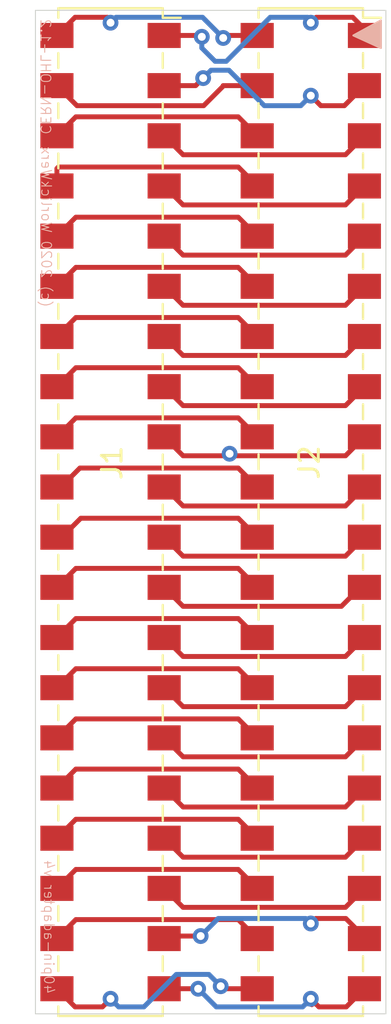
<source format=kicad_pcb>
(kicad_pcb (version 20171130) (host pcbnew 5.1.8-db9833491~87~ubuntu18.04.1)

  (general
    (thickness 1.6)
    (drawings 8)
    (tracks 202)
    (zones 0)
    (modules 2)
    (nets 41)
  )

  (page A4)
  (layers
    (0 F.Cu signal)
    (31 B.Cu signal)
    (32 B.Adhes user)
    (33 F.Adhes user)
    (34 B.Paste user)
    (35 F.Paste user)
    (36 B.SilkS user)
    (37 F.SilkS user)
    (38 B.Mask user)
    (39 F.Mask user)
    (40 Dwgs.User user)
    (41 Cmts.User user)
    (42 Eco1.User user)
    (43 Eco2.User user)
    (44 Edge.Cuts user)
    (45 Margin user)
    (46 B.CrtYd user)
    (47 F.CrtYd user)
    (48 B.Fab user)
    (49 F.Fab user)
  )

  (setup
    (last_trace_width 0.25)
    (trace_clearance 0.2)
    (zone_clearance 0.508)
    (zone_45_only no)
    (trace_min 0.2)
    (via_size 0.8)
    (via_drill 0.4)
    (via_min_size 0.4)
    (via_min_drill 0.3)
    (uvia_size 0.3)
    (uvia_drill 0.1)
    (uvias_allowed no)
    (uvia_min_size 0.2)
    (uvia_min_drill 0.1)
    (edge_width 0.05)
    (segment_width 0.2)
    (pcb_text_width 0.3)
    (pcb_text_size 1.5 1.5)
    (mod_edge_width 0.12)
    (mod_text_size 1 1)
    (mod_text_width 0.15)
    (pad_size 1.524 1.524)
    (pad_drill 0.762)
    (pad_to_mask_clearance 0.05)
    (aux_axis_origin 0 0)
    (visible_elements FFFFFF7F)
    (pcbplotparams
      (layerselection 0x010fc_ffffffff)
      (usegerberextensions false)
      (usegerberattributes true)
      (usegerberadvancedattributes true)
      (creategerberjobfile true)
      (excludeedgelayer true)
      (linewidth 0.100000)
      (plotframeref false)
      (viasonmask false)
      (mode 1)
      (useauxorigin false)
      (hpglpennumber 1)
      (hpglpenspeed 20)
      (hpglpendiameter 15.000000)
      (psnegative false)
      (psa4output false)
      (plotreference true)
      (plotvalue true)
      (plotinvisibletext false)
      (padsonsilk false)
      (subtractmaskfromsilk false)
      (outputformat 1)
      (mirror false)
      (drillshape 0)
      (scaleselection 1)
      (outputdirectory ""))
  )

  (net 0 "")
  (net 1 /PI40)
  (net 2 /PI39)
  (net 3 /PI38)
  (net 4 /PI37)
  (net 5 /PI36)
  (net 6 /PI35)
  (net 7 /PI34)
  (net 8 /PI33)
  (net 9 /PI32)
  (net 10 /PI31)
  (net 11 /PI30)
  (net 12 /PI29)
  (net 13 /PI28)
  (net 14 /PI27)
  (net 15 /PI26)
  (net 16 /PI24)
  (net 17 /PI23)
  (net 18 /PI22)
  (net 19 /PI21)
  (net 20 /PI20)
  (net 21 /PI19)
  (net 22 /PI18)
  (net 23 /PI17)
  (net 24 /PI16)
  (net 25 /PI15)
  (net 26 /PI14)
  (net 27 /PI13)
  (net 28 /PI12)
  (net 29 /PI11)
  (net 30 /PI10)
  (net 31 /PI9)
  (net 32 /PI8)
  (net 33 /PI7)
  (net 34 /PI6)
  (net 35 /PI5)
  (net 36 /PI3)
  (net 37 /PI2)
  (net 38 /PI4)
  (net 39 /PI25)
  (net 40 /PI1)

  (net_class Default "This is the default net class."
    (clearance 0.2)
    (trace_width 0.25)
    (via_dia 0.8)
    (via_drill 0.4)
    (uvia_dia 0.3)
    (uvia_drill 0.1)
    (add_net /PI1)
    (add_net /PI10)
    (add_net /PI11)
    (add_net /PI12)
    (add_net /PI13)
    (add_net /PI14)
    (add_net /PI15)
    (add_net /PI16)
    (add_net /PI17)
    (add_net /PI18)
    (add_net /PI19)
    (add_net /PI2)
    (add_net /PI20)
    (add_net /PI21)
    (add_net /PI22)
    (add_net /PI23)
    (add_net /PI24)
    (add_net /PI25)
    (add_net /PI26)
    (add_net /PI27)
    (add_net /PI28)
    (add_net /PI29)
    (add_net /PI3)
    (add_net /PI30)
    (add_net /PI31)
    (add_net /PI32)
    (add_net /PI33)
    (add_net /PI34)
    (add_net /PI35)
    (add_net /PI36)
    (add_net /PI37)
    (add_net /PI38)
    (add_net /PI39)
    (add_net /PI4)
    (add_net /PI40)
    (add_net /PI5)
    (add_net /PI6)
    (add_net /PI7)
    (add_net /PI8)
    (add_net /PI9)
  )

  (module 00_40pin-adapter:Samtec_HLE-120-02-xxx-DV-BE-A_2x20_P2.54mm_Horizontal (layer F.Cu) (tedit 5FBC0AD1) (tstamp 5F0E5C6D)
    (at 165.1 91.44 270)
    (descr "Samtec HLE .100\" Tiger Beam Cost-effective Single Beam Socket Strip, HLE-120-02-xxx-DV-BE-A, 20 Pins per row (http://suddendocs.samtec.com/prints/hle-1xx-02-xxx-dv-xx-xx-xx-mkt.pdf, http://suddendocs.samtec.com/prints/hle-dv-footprint.pdf), generated with kicad-footprint-generator")
    (tags "connector Samtec HLE top entry")
    (path /5F07A6EA)
    (attr smd)
    (fp_text reference J2 (at -2.5146 0.0762 90) (layer F.SilkS)
      (effects (font (size 1 1) (thickness 0.15)))
    )
    (fp_text value Conn_02x20_Odd_Even (at 0 4.76 90) (layer F.Fab)
      (effects (font (size 1 1) (thickness 0.15)))
    )
    (fp_line (start -25.9 4.06) (end -25.9 -4.06) (layer F.CrtYd) (width 0.05))
    (fp_line (start 25.9 4.06) (end -25.9 4.06) (layer F.CrtYd) (width 0.05))
    (fp_line (start 25.9 -4.06) (end 25.9 4.06) (layer F.CrtYd) (width 0.05))
    (fp_line (start -25.9 -4.06) (end 25.9 -4.06) (layer F.CrtYd) (width 0.05))
    (fp_line (start 22.485 2.65) (end 23.235 2.65) (layer F.SilkS) (width 0.12))
    (fp_line (start 22.485 -2.65) (end 23.235 -2.65) (layer F.SilkS) (width 0.12))
    (fp_line (start 19.945 2.65) (end 20.695 2.65) (layer F.SilkS) (width 0.12))
    (fp_line (start 19.945 -2.65) (end 20.695 -2.65) (layer F.SilkS) (width 0.12))
    (fp_line (start 17.405 2.65) (end 18.155 2.65) (layer F.SilkS) (width 0.12))
    (fp_line (start 17.405 -2.65) (end 18.155 -2.65) (layer F.SilkS) (width 0.12))
    (fp_line (start 14.865 2.65) (end 15.615 2.65) (layer F.SilkS) (width 0.12))
    (fp_line (start 14.865 -2.65) (end 15.615 -2.65) (layer F.SilkS) (width 0.12))
    (fp_line (start 12.325 2.65) (end 13.075 2.65) (layer F.SilkS) (width 0.12))
    (fp_line (start 12.325 -2.65) (end 13.075 -2.65) (layer F.SilkS) (width 0.12))
    (fp_line (start 9.785 2.65) (end 10.535 2.65) (layer F.SilkS) (width 0.12))
    (fp_line (start 9.785 -2.65) (end 10.535 -2.65) (layer F.SilkS) (width 0.12))
    (fp_line (start 7.245 2.65) (end 7.995 2.65) (layer F.SilkS) (width 0.12))
    (fp_line (start 7.245 -2.65) (end 7.995 -2.65) (layer F.SilkS) (width 0.12))
    (fp_line (start 4.705 2.65) (end 5.455 2.65) (layer F.SilkS) (width 0.12))
    (fp_line (start 4.705 -2.65) (end 5.455 -2.65) (layer F.SilkS) (width 0.12))
    (fp_line (start 2.165 2.65) (end 2.915 2.65) (layer F.SilkS) (width 0.12))
    (fp_line (start 2.165 -2.65) (end 2.915 -2.65) (layer F.SilkS) (width 0.12))
    (fp_line (start -0.375 2.65) (end 0.375 2.65) (layer F.SilkS) (width 0.12))
    (fp_line (start -0.375 -2.65) (end 0.375 -2.65) (layer F.SilkS) (width 0.12))
    (fp_line (start -2.915 2.65) (end -2.165 2.65) (layer F.SilkS) (width 0.12))
    (fp_line (start -2.915 -2.65) (end -2.165 -2.65) (layer F.SilkS) (width 0.12))
    (fp_line (start -5.455 2.65) (end -4.705 2.65) (layer F.SilkS) (width 0.12))
    (fp_line (start -5.455 -2.65) (end -4.705 -2.65) (layer F.SilkS) (width 0.12))
    (fp_line (start -7.995 2.65) (end -7.245 2.65) (layer F.SilkS) (width 0.12))
    (fp_line (start -7.995 -2.65) (end -7.245 -2.65) (layer F.SilkS) (width 0.12))
    (fp_line (start -10.535 2.65) (end -9.785 2.65) (layer F.SilkS) (width 0.12))
    (fp_line (start -10.535 -2.65) (end -9.785 -2.65) (layer F.SilkS) (width 0.12))
    (fp_line (start -13.075 2.65) (end -12.325 2.65) (layer F.SilkS) (width 0.12))
    (fp_line (start -13.075 -2.65) (end -12.325 -2.65) (layer F.SilkS) (width 0.12))
    (fp_line (start -15.615 2.65) (end -14.865 2.65) (layer F.SilkS) (width 0.12))
    (fp_line (start -15.615 -2.65) (end -14.865 -2.65) (layer F.SilkS) (width 0.12))
    (fp_line (start -18.155 2.65) (end -17.405 2.65) (layer F.SilkS) (width 0.12))
    (fp_line (start -18.155 -2.65) (end -17.405 -2.65) (layer F.SilkS) (width 0.12))
    (fp_line (start -20.695 2.65) (end -19.945 2.65) (layer F.SilkS) (width 0.12))
    (fp_line (start -20.695 -2.65) (end -19.945 -2.65) (layer F.SilkS) (width 0.12))
    (fp_line (start -23.235 2.65) (end -22.485 2.65) (layer F.SilkS) (width 0.12))
    (fp_line (start -23.235 -2.65) (end -22.485 -2.65) (layer F.SilkS) (width 0.12))
    (fp_line (start 25.51 2.65) (end 25.025 2.65) (layer F.SilkS) (width 0.12))
    (fp_line (start 25.51 -2.65) (end 25.51 2.65) (layer F.SilkS) (width 0.12))
    (fp_line (start 25.025 -2.65) (end 25.51 -2.65) (layer F.SilkS) (width 0.12))
    (fp_line (start -25.51 2.65) (end -25.025 2.65) (layer F.SilkS) (width 0.12))
    (fp_line (start -25.51 -2.65) (end -25.51 2.65) (layer F.SilkS) (width 0.12))
    (fp_line (start -25.025 -2.65) (end -25.51 -2.65) (layer F.SilkS) (width 0.12))
    (fp_line (start -25.025 -3.56) (end -25.025 -2.65) (layer F.SilkS) (width 0.12))
    (fp_line (start -24.13 -1.832893) (end -23.63 -2.54) (layer F.Fab) (width 0.1))
    (fp_line (start -24.63 -2.54) (end -24.13 -1.832893) (layer F.Fab) (width 0.1))
    (fp_line (start -25.4 2.54) (end -25.4 -2.54) (layer F.Fab) (width 0.1))
    (fp_line (start 25.4 2.54) (end -25.4 2.54) (layer F.Fab) (width 0.1))
    (fp_line (start 25.4 -2.54) (end 25.4 2.54) (layer F.Fab) (width 0.1))
    (fp_line (start -25.4 -2.54) (end 25.4 -2.54) (layer F.Fab) (width 0.1))
    (fp_text user %R (at 0 1.84 90) (layer F.Fab)
      (effects (font (size 1 1) (thickness 0.15)))
    )
    (pad 40 smd rect (at 24.13 2.72 270) (size 1.27 1.68) (layers F.Cu F.Paste F.Mask)
      (net 1 /PI40))
    (pad 38 smd rect (at 21.59 2.72 270) (size 1.27 1.68) (layers F.Cu F.Paste F.Mask)
      (net 3 /PI38))
    (pad 36 smd rect (at 19.05 2.72 270) (size 1.27 1.68) (layers F.Cu F.Paste F.Mask)
      (net 5 /PI36))
    (pad 34 smd rect (at 16.51 2.72 270) (size 1.27 1.68) (layers F.Cu F.Paste F.Mask)
      (net 7 /PI34))
    (pad 32 smd rect (at 13.97 2.72 270) (size 1.27 1.68) (layers F.Cu F.Paste F.Mask)
      (net 9 /PI32))
    (pad 30 smd rect (at 11.43 2.72 270) (size 1.27 1.68) (layers F.Cu F.Paste F.Mask)
      (net 11 /PI30))
    (pad 28 smd rect (at 8.89 2.72 270) (size 1.27 1.68) (layers F.Cu F.Paste F.Mask)
      (net 13 /PI28))
    (pad 26 smd rect (at 6.35 2.72 270) (size 1.27 1.68) (layers F.Cu F.Paste F.Mask)
      (net 15 /PI26))
    (pad 24 smd rect (at 3.81 2.72 270) (size 1.27 1.68) (layers F.Cu F.Paste F.Mask)
      (net 16 /PI24))
    (pad 22 smd rect (at 1.27 2.72 270) (size 1.27 1.68) (layers F.Cu F.Paste F.Mask)
      (net 18 /PI22))
    (pad 20 smd rect (at -1.27 2.72 270) (size 1.27 1.68) (layers F.Cu F.Paste F.Mask)
      (net 20 /PI20))
    (pad 18 smd rect (at -3.81 2.72 270) (size 1.27 1.68) (layers F.Cu F.Paste F.Mask)
      (net 22 /PI18))
    (pad 16 smd rect (at -6.35 2.72 270) (size 1.27 1.68) (layers F.Cu F.Paste F.Mask)
      (net 24 /PI16))
    (pad 14 smd rect (at -8.89 2.72 270) (size 1.27 1.68) (layers F.Cu F.Paste F.Mask)
      (net 26 /PI14))
    (pad 12 smd rect (at -11.43 2.72 270) (size 1.27 1.68) (layers F.Cu F.Paste F.Mask)
      (net 28 /PI12))
    (pad 10 smd rect (at -13.97 2.72 270) (size 1.27 1.68) (layers F.Cu F.Paste F.Mask)
      (net 30 /PI10))
    (pad 8 smd rect (at -16.51 2.72 270) (size 1.27 1.68) (layers F.Cu F.Paste F.Mask)
      (net 32 /PI8))
    (pad 6 smd rect (at -19.05 2.72 270) (size 1.27 1.68) (layers F.Cu F.Paste F.Mask)
      (net 34 /PI6))
    (pad 4 smd rect (at -21.59 2.72 270) (size 1.27 1.68) (layers F.Cu F.Paste F.Mask)
      (net 38 /PI4))
    (pad 2 smd rect (at -24.13 2.72 270) (size 1.27 1.68) (layers F.Cu F.Paste F.Mask)
      (net 37 /PI2))
    (pad 39 smd rect (at 24.13 -2.72 270) (size 1.27 1.68) (layers F.Cu F.Paste F.Mask)
      (net 2 /PI39))
    (pad 37 smd rect (at 21.59 -2.72 270) (size 1.27 1.68) (layers F.Cu F.Paste F.Mask)
      (net 4 /PI37))
    (pad 35 smd rect (at 19.05 -2.72 270) (size 1.27 1.68) (layers F.Cu F.Paste F.Mask)
      (net 6 /PI35))
    (pad 33 smd rect (at 16.51 -2.72 270) (size 1.27 1.68) (layers F.Cu F.Paste F.Mask)
      (net 8 /PI33))
    (pad 31 smd rect (at 13.97 -2.72 270) (size 1.27 1.68) (layers F.Cu F.Paste F.Mask)
      (net 10 /PI31))
    (pad 29 smd rect (at 11.43 -2.72 270) (size 1.27 1.68) (layers F.Cu F.Paste F.Mask)
      (net 12 /PI29))
    (pad 27 smd rect (at 8.89 -2.72 270) (size 1.27 1.68) (layers F.Cu F.Paste F.Mask)
      (net 14 /PI27))
    (pad 25 smd rect (at 6.35 -2.72 270) (size 1.27 1.68) (layers F.Cu F.Paste F.Mask)
      (net 39 /PI25))
    (pad 23 smd rect (at 3.81 -2.72 270) (size 1.27 1.68) (layers F.Cu F.Paste F.Mask)
      (net 17 /PI23))
    (pad 21 smd rect (at 1.27 -2.72 270) (size 1.27 1.68) (layers F.Cu F.Paste F.Mask)
      (net 19 /PI21))
    (pad 19 smd rect (at -1.27 -2.72 270) (size 1.27 1.68) (layers F.Cu F.Paste F.Mask)
      (net 21 /PI19))
    (pad 17 smd rect (at -3.81 -2.72 270) (size 1.27 1.68) (layers F.Cu F.Paste F.Mask)
      (net 23 /PI17))
    (pad 15 smd rect (at -6.35 -2.72 270) (size 1.27 1.68) (layers F.Cu F.Paste F.Mask)
      (net 25 /PI15))
    (pad 13 smd rect (at -8.89 -2.72 270) (size 1.27 1.68) (layers F.Cu F.Paste F.Mask)
      (net 27 /PI13))
    (pad 11 smd rect (at -11.43 -2.72 270) (size 1.27 1.68) (layers F.Cu F.Paste F.Mask)
      (net 29 /PI11))
    (pad 9 smd rect (at -13.97 -2.72 270) (size 1.27 1.68) (layers F.Cu F.Paste F.Mask)
      (net 31 /PI9))
    (pad 7 smd rect (at -16.51 -2.72 270) (size 1.27 1.68) (layers F.Cu F.Paste F.Mask)
      (net 33 /PI7))
    (pad 5 smd rect (at -19.05 -2.72 270) (size 1.27 1.68) (layers F.Cu F.Paste F.Mask)
      (net 35 /PI5))
    (pad 3 smd rect (at -21.59 -2.72 270) (size 1.27 1.68) (layers F.Cu F.Paste F.Mask)
      (net 36 /PI3))
    (pad 1 smd rect (at -24.13 -2.72 270) (size 1.27 1.68) (layers F.Cu F.Paste F.Mask)
      (net 40 /PI1))
    (pad "" np_thru_hole circle (at 24.13 1.27 270) (size 0.97 0.97) (drill 0.97) (layers *.Cu *.Mask))
    (pad "" np_thru_hole circle (at 24.13 -1.27 270) (size 0.97 0.97) (drill 0.97) (layers *.Cu *.Mask))
    (pad "" np_thru_hole circle (at 21.59 1.27 270) (size 0.97 0.97) (drill 0.97) (layers *.Cu *.Mask))
    (pad "" np_thru_hole circle (at 21.59 -1.27 270) (size 0.97 0.97) (drill 0.97) (layers *.Cu *.Mask))
    (pad "" np_thru_hole circle (at 19.05 1.27 270) (size 0.97 0.97) (drill 0.97) (layers *.Cu *.Mask))
    (pad "" np_thru_hole circle (at 19.05 -1.27 270) (size 0.97 0.97) (drill 0.97) (layers *.Cu *.Mask))
    (pad "" np_thru_hole circle (at 16.51 1.27 270) (size 0.97 0.97) (drill 0.97) (layers *.Cu *.Mask))
    (pad "" np_thru_hole circle (at 16.51 -1.27 270) (size 0.97 0.97) (drill 0.97) (layers *.Cu *.Mask))
    (pad "" np_thru_hole circle (at 13.97 1.27 270) (size 0.97 0.97) (drill 0.97) (layers *.Cu *.Mask))
    (pad "" np_thru_hole circle (at 13.97 -1.27 270) (size 0.97 0.97) (drill 0.97) (layers *.Cu *.Mask))
    (pad "" np_thru_hole circle (at 11.43 1.27 270) (size 0.97 0.97) (drill 0.97) (layers *.Cu *.Mask))
    (pad "" np_thru_hole circle (at 11.43 -1.27 270) (size 0.97 0.97) (drill 0.97) (layers *.Cu *.Mask))
    (pad "" np_thru_hole circle (at 8.89 1.27 270) (size 0.97 0.97) (drill 0.97) (layers *.Cu *.Mask))
    (pad "" np_thru_hole circle (at 8.89 -1.27 270) (size 0.97 0.97) (drill 0.97) (layers *.Cu *.Mask))
    (pad "" np_thru_hole circle (at 6.35 1.27 270) (size 0.97 0.97) (drill 0.97) (layers *.Cu *.Mask))
    (pad "" np_thru_hole circle (at 6.35 -1.27 270) (size 0.97 0.97) (drill 0.97) (layers *.Cu *.Mask))
    (pad "" np_thru_hole circle (at 3.81 1.27 270) (size 0.97 0.97) (drill 0.97) (layers *.Cu *.Mask))
    (pad "" np_thru_hole circle (at 3.81 -1.27 270) (size 0.97 0.97) (drill 0.97) (layers *.Cu *.Mask))
    (pad "" np_thru_hole circle (at 1.27 1.27 270) (size 0.97 0.97) (drill 0.97) (layers *.Cu *.Mask))
    (pad "" np_thru_hole circle (at 1.27 -1.27 270) (size 0.97 0.97) (drill 0.97) (layers *.Cu *.Mask))
    (pad "" np_thru_hole circle (at -1.27 1.27 270) (size 0.97 0.97) (drill 0.97) (layers *.Cu *.Mask))
    (pad "" np_thru_hole circle (at -1.27 -1.27 270) (size 0.97 0.97) (drill 0.97) (layers *.Cu *.Mask))
    (pad "" np_thru_hole circle (at -3.81 1.27 270) (size 0.97 0.97) (drill 0.97) (layers *.Cu *.Mask))
    (pad "" np_thru_hole circle (at -3.81 -1.27 270) (size 0.97 0.97) (drill 0.97) (layers *.Cu *.Mask))
    (pad "" np_thru_hole circle (at -6.35 1.27 270) (size 0.97 0.97) (drill 0.97) (layers *.Cu *.Mask))
    (pad "" np_thru_hole circle (at -6.35 -1.27 270) (size 0.97 0.97) (drill 0.97) (layers *.Cu *.Mask))
    (pad "" np_thru_hole circle (at -8.89 1.27 270) (size 0.97 0.97) (drill 0.97) (layers *.Cu *.Mask))
    (pad "" np_thru_hole circle (at -8.89 -1.27 270) (size 0.97 0.97) (drill 0.97) (layers *.Cu *.Mask))
    (pad "" np_thru_hole circle (at -11.43 1.27 270) (size 0.97 0.97) (drill 0.97) (layers *.Cu *.Mask))
    (pad "" np_thru_hole circle (at -11.43 -1.27 270) (size 0.97 0.97) (drill 0.97) (layers *.Cu *.Mask))
    (pad "" np_thru_hole circle (at -13.97 1.27 270) (size 0.97 0.97) (drill 0.97) (layers *.Cu *.Mask))
    (pad "" np_thru_hole circle (at -13.97 -1.27 270) (size 0.97 0.97) (drill 0.97) (layers *.Cu *.Mask))
    (pad "" np_thru_hole circle (at -16.51 1.27 270) (size 0.97 0.97) (drill 0.97) (layers *.Cu *.Mask))
    (pad "" np_thru_hole circle (at -16.51 -1.27 270) (size 0.97 0.97) (drill 0.97) (layers *.Cu *.Mask))
    (pad "" np_thru_hole circle (at -19.05 1.27 270) (size 0.97 0.97) (drill 0.97) (layers *.Cu *.Mask))
    (pad "" np_thru_hole circle (at -19.05 -1.27 270) (size 0.97 0.97) (drill 0.97) (layers *.Cu *.Mask))
    (pad "" np_thru_hole circle (at -21.59 1.27 270) (size 0.97 0.97) (drill 0.97) (layers *.Cu *.Mask))
    (pad "" np_thru_hole circle (at -21.59 -1.27 270) (size 0.97 0.97) (drill 0.97) (layers *.Cu *.Mask))
    (pad "" np_thru_hole circle (at -24.13 1.27 270) (size 0.97 0.97) (drill 0.97) (layers *.Cu *.Mask))
    (pad "" np_thru_hole circle (at -24.13 -1.27 270) (size 0.97 0.97) (drill 0.97) (layers *.Cu *.Mask))
    (pad "" np_thru_hole circle (at 22.86 0 270) (size 1.78 1.78) (drill 1.78) (layers *.Cu *.Mask))
    (pad "" np_thru_hole circle (at -22.86 0 270) (size 1.78 1.78) (drill 1.78) (layers *.Cu *.Mask))
    (model ${KIPRJMOD}/3d/HLE-120-02-F-DV-BE.stp
      (offset (xyz 0 0 0.2))
      (scale (xyz 1 1 1))
      (rotate (xyz -90 0 0))
    )
  )

  (module 00_40pin-adapter:Samtec_HLE-120-02-xxx-DV-BE-A_2x20_P2.54mm_Horizontal (layer F.Cu) (tedit 5FBC0AD1) (tstamp 5F0EB6CF)
    (at 154.94 91.44 270)
    (descr "Samtec HLE .100\" Tiger Beam Cost-effective Single Beam Socket Strip, HLE-120-02-xxx-DV-BE-A, 20 Pins per row (http://suddendocs.samtec.com/prints/hle-1xx-02-xxx-dv-xx-xx-xx-mkt.pdf, http://suddendocs.samtec.com/prints/hle-dv-footprint.pdf), generated with kicad-footprint-generator")
    (tags "connector Samtec HLE top entry")
    (path /5F0BCD9D)
    (attr smd)
    (fp_text reference J1 (at -2.4892 -0.0762 90) (layer F.SilkS)
      (effects (font (size 1 1) (thickness 0.15)))
    )
    (fp_text value Conn_02x20_Odd_Even (at 0 4.76 90) (layer F.Fab)
      (effects (font (size 1 1) (thickness 0.15)))
    )
    (fp_line (start -25.9 4.06) (end -25.9 -4.06) (layer F.CrtYd) (width 0.05))
    (fp_line (start 25.9 4.06) (end -25.9 4.06) (layer F.CrtYd) (width 0.05))
    (fp_line (start 25.9 -4.06) (end 25.9 4.06) (layer F.CrtYd) (width 0.05))
    (fp_line (start -25.9 -4.06) (end 25.9 -4.06) (layer F.CrtYd) (width 0.05))
    (fp_line (start 22.485 2.65) (end 23.235 2.65) (layer F.SilkS) (width 0.12))
    (fp_line (start 22.485 -2.65) (end 23.235 -2.65) (layer F.SilkS) (width 0.12))
    (fp_line (start 19.945 2.65) (end 20.695 2.65) (layer F.SilkS) (width 0.12))
    (fp_line (start 19.945 -2.65) (end 20.695 -2.65) (layer F.SilkS) (width 0.12))
    (fp_line (start 17.405 2.65) (end 18.155 2.65) (layer F.SilkS) (width 0.12))
    (fp_line (start 17.405 -2.65) (end 18.155 -2.65) (layer F.SilkS) (width 0.12))
    (fp_line (start 14.865 2.65) (end 15.615 2.65) (layer F.SilkS) (width 0.12))
    (fp_line (start 14.865 -2.65) (end 15.615 -2.65) (layer F.SilkS) (width 0.12))
    (fp_line (start 12.325 2.65) (end 13.075 2.65) (layer F.SilkS) (width 0.12))
    (fp_line (start 12.325 -2.65) (end 13.075 -2.65) (layer F.SilkS) (width 0.12))
    (fp_line (start 9.785 2.65) (end 10.535 2.65) (layer F.SilkS) (width 0.12))
    (fp_line (start 9.785 -2.65) (end 10.535 -2.65) (layer F.SilkS) (width 0.12))
    (fp_line (start 7.245 2.65) (end 7.995 2.65) (layer F.SilkS) (width 0.12))
    (fp_line (start 7.245 -2.65) (end 7.995 -2.65) (layer F.SilkS) (width 0.12))
    (fp_line (start 4.705 2.65) (end 5.455 2.65) (layer F.SilkS) (width 0.12))
    (fp_line (start 4.705 -2.65) (end 5.455 -2.65) (layer F.SilkS) (width 0.12))
    (fp_line (start 2.165 2.65) (end 2.915 2.65) (layer F.SilkS) (width 0.12))
    (fp_line (start 2.165 -2.65) (end 2.915 -2.65) (layer F.SilkS) (width 0.12))
    (fp_line (start -0.375 2.65) (end 0.375 2.65) (layer F.SilkS) (width 0.12))
    (fp_line (start -0.375 -2.65) (end 0.375 -2.65) (layer F.SilkS) (width 0.12))
    (fp_line (start -2.915 2.65) (end -2.165 2.65) (layer F.SilkS) (width 0.12))
    (fp_line (start -2.915 -2.65) (end -2.165 -2.65) (layer F.SilkS) (width 0.12))
    (fp_line (start -5.455 2.65) (end -4.705 2.65) (layer F.SilkS) (width 0.12))
    (fp_line (start -5.455 -2.65) (end -4.705 -2.65) (layer F.SilkS) (width 0.12))
    (fp_line (start -7.995 2.65) (end -7.245 2.65) (layer F.SilkS) (width 0.12))
    (fp_line (start -7.995 -2.65) (end -7.245 -2.65) (layer F.SilkS) (width 0.12))
    (fp_line (start -10.535 2.65) (end -9.785 2.65) (layer F.SilkS) (width 0.12))
    (fp_line (start -10.535 -2.65) (end -9.785 -2.65) (layer F.SilkS) (width 0.12))
    (fp_line (start -13.075 2.65) (end -12.325 2.65) (layer F.SilkS) (width 0.12))
    (fp_line (start -13.075 -2.65) (end -12.325 -2.65) (layer F.SilkS) (width 0.12))
    (fp_line (start -15.615 2.65) (end -14.865 2.65) (layer F.SilkS) (width 0.12))
    (fp_line (start -15.615 -2.65) (end -14.865 -2.65) (layer F.SilkS) (width 0.12))
    (fp_line (start -18.155 2.65) (end -17.405 2.65) (layer F.SilkS) (width 0.12))
    (fp_line (start -18.155 -2.65) (end -17.405 -2.65) (layer F.SilkS) (width 0.12))
    (fp_line (start -20.695 2.65) (end -19.945 2.65) (layer F.SilkS) (width 0.12))
    (fp_line (start -20.695 -2.65) (end -19.945 -2.65) (layer F.SilkS) (width 0.12))
    (fp_line (start -23.235 2.65) (end -22.485 2.65) (layer F.SilkS) (width 0.12))
    (fp_line (start -23.235 -2.65) (end -22.485 -2.65) (layer F.SilkS) (width 0.12))
    (fp_line (start 25.51 2.65) (end 25.025 2.65) (layer F.SilkS) (width 0.12))
    (fp_line (start 25.51 -2.65) (end 25.51 2.65) (layer F.SilkS) (width 0.12))
    (fp_line (start 25.025 -2.65) (end 25.51 -2.65) (layer F.SilkS) (width 0.12))
    (fp_line (start -25.51 2.65) (end -25.025 2.65) (layer F.SilkS) (width 0.12))
    (fp_line (start -25.51 -2.65) (end -25.51 2.65) (layer F.SilkS) (width 0.12))
    (fp_line (start -25.025 -2.65) (end -25.51 -2.65) (layer F.SilkS) (width 0.12))
    (fp_line (start -25.025 -3.56) (end -25.025 -2.65) (layer F.SilkS) (width 0.12))
    (fp_line (start -24.13 -1.832893) (end -23.63 -2.54) (layer F.Fab) (width 0.1))
    (fp_line (start -24.63 -2.54) (end -24.13 -1.832893) (layer F.Fab) (width 0.1))
    (fp_line (start -25.4 2.54) (end -25.4 -2.54) (layer F.Fab) (width 0.1))
    (fp_line (start 25.4 2.54) (end -25.4 2.54) (layer F.Fab) (width 0.1))
    (fp_line (start 25.4 -2.54) (end 25.4 2.54) (layer F.Fab) (width 0.1))
    (fp_line (start -25.4 -2.54) (end 25.4 -2.54) (layer F.Fab) (width 0.1))
    (fp_text user %R (at -2.4638 -0.0762 90) (layer F.Fab)
      (effects (font (size 1 1) (thickness 0.15)))
    )
    (pad 40 smd rect (at 24.13 2.72 270) (size 1.27 1.68) (layers F.Cu F.Paste F.Mask)
      (net 1 /PI40))
    (pad 38 smd rect (at 21.59 2.72 270) (size 1.27 1.68) (layers F.Cu F.Paste F.Mask)
      (net 3 /PI38))
    (pad 36 smd rect (at 19.05 2.72 270) (size 1.27 1.68) (layers F.Cu F.Paste F.Mask)
      (net 5 /PI36))
    (pad 34 smd rect (at 16.51 2.72 270) (size 1.27 1.68) (layers F.Cu F.Paste F.Mask)
      (net 7 /PI34))
    (pad 32 smd rect (at 13.97 2.72 270) (size 1.27 1.68) (layers F.Cu F.Paste F.Mask)
      (net 9 /PI32))
    (pad 30 smd rect (at 11.43 2.72 270) (size 1.27 1.68) (layers F.Cu F.Paste F.Mask)
      (net 11 /PI30))
    (pad 28 smd rect (at 8.89 2.72 270) (size 1.27 1.68) (layers F.Cu F.Paste F.Mask)
      (net 13 /PI28))
    (pad 26 smd rect (at 6.35 2.72 270) (size 1.27 1.68) (layers F.Cu F.Paste F.Mask)
      (net 15 /PI26))
    (pad 24 smd rect (at 3.81 2.72 270) (size 1.27 1.68) (layers F.Cu F.Paste F.Mask)
      (net 16 /PI24))
    (pad 22 smd rect (at 1.27 2.72 270) (size 1.27 1.68) (layers F.Cu F.Paste F.Mask)
      (net 18 /PI22))
    (pad 20 smd rect (at -1.27 2.72 270) (size 1.27 1.68) (layers F.Cu F.Paste F.Mask)
      (net 20 /PI20))
    (pad 18 smd rect (at -3.81 2.72 270) (size 1.27 1.68) (layers F.Cu F.Paste F.Mask)
      (net 22 /PI18))
    (pad 16 smd rect (at -6.35 2.72 270) (size 1.27 1.68) (layers F.Cu F.Paste F.Mask)
      (net 24 /PI16))
    (pad 14 smd rect (at -8.89 2.72 270) (size 1.27 1.68) (layers F.Cu F.Paste F.Mask)
      (net 26 /PI14))
    (pad 12 smd rect (at -11.43 2.72 270) (size 1.27 1.68) (layers F.Cu F.Paste F.Mask)
      (net 28 /PI12))
    (pad 10 smd rect (at -13.97 2.72 270) (size 1.27 1.68) (layers F.Cu F.Paste F.Mask)
      (net 30 /PI10))
    (pad 8 smd rect (at -16.51 2.72 270) (size 1.27 1.68) (layers F.Cu F.Paste F.Mask)
      (net 32 /PI8))
    (pad 6 smd rect (at -19.05 2.72 270) (size 1.27 1.68) (layers F.Cu F.Paste F.Mask)
      (net 34 /PI6))
    (pad 4 smd rect (at -21.59 2.72 270) (size 1.27 1.68) (layers F.Cu F.Paste F.Mask)
      (net 38 /PI4))
    (pad 2 smd rect (at -24.13 2.72 270) (size 1.27 1.68) (layers F.Cu F.Paste F.Mask)
      (net 37 /PI2))
    (pad 39 smd rect (at 24.13 -2.72 270) (size 1.27 1.68) (layers F.Cu F.Paste F.Mask)
      (net 2 /PI39))
    (pad 37 smd rect (at 21.59 -2.72 270) (size 1.27 1.68) (layers F.Cu F.Paste F.Mask)
      (net 4 /PI37))
    (pad 35 smd rect (at 19.05 -2.72 270) (size 1.27 1.68) (layers F.Cu F.Paste F.Mask)
      (net 6 /PI35))
    (pad 33 smd rect (at 16.51 -2.72 270) (size 1.27 1.68) (layers F.Cu F.Paste F.Mask)
      (net 8 /PI33))
    (pad 31 smd rect (at 13.97 -2.72 270) (size 1.27 1.68) (layers F.Cu F.Paste F.Mask)
      (net 10 /PI31))
    (pad 29 smd rect (at 11.43 -2.72 270) (size 1.27 1.68) (layers F.Cu F.Paste F.Mask)
      (net 12 /PI29))
    (pad 27 smd rect (at 8.89 -2.72 270) (size 1.27 1.68) (layers F.Cu F.Paste F.Mask)
      (net 14 /PI27))
    (pad 25 smd rect (at 6.35 -2.72 270) (size 1.27 1.68) (layers F.Cu F.Paste F.Mask)
      (net 39 /PI25))
    (pad 23 smd rect (at 3.81 -2.72 270) (size 1.27 1.68) (layers F.Cu F.Paste F.Mask)
      (net 17 /PI23))
    (pad 21 smd rect (at 1.27 -2.72 270) (size 1.27 1.68) (layers F.Cu F.Paste F.Mask)
      (net 19 /PI21))
    (pad 19 smd rect (at -1.27 -2.72 270) (size 1.27 1.68) (layers F.Cu F.Paste F.Mask)
      (net 21 /PI19))
    (pad 17 smd rect (at -3.81 -2.72 270) (size 1.27 1.68) (layers F.Cu F.Paste F.Mask)
      (net 23 /PI17))
    (pad 15 smd rect (at -6.35 -2.72 270) (size 1.27 1.68) (layers F.Cu F.Paste F.Mask)
      (net 25 /PI15))
    (pad 13 smd rect (at -8.89 -2.72 270) (size 1.27 1.68) (layers F.Cu F.Paste F.Mask)
      (net 27 /PI13))
    (pad 11 smd rect (at -11.43 -2.72 270) (size 1.27 1.68) (layers F.Cu F.Paste F.Mask)
      (net 29 /PI11))
    (pad 9 smd rect (at -13.97 -2.72 270) (size 1.27 1.68) (layers F.Cu F.Paste F.Mask)
      (net 31 /PI9))
    (pad 7 smd rect (at -16.51 -2.72 270) (size 1.27 1.68) (layers F.Cu F.Paste F.Mask)
      (net 33 /PI7))
    (pad 5 smd rect (at -19.05 -2.72 270) (size 1.27 1.68) (layers F.Cu F.Paste F.Mask)
      (net 35 /PI5))
    (pad 3 smd rect (at -21.59 -2.72 270) (size 1.27 1.68) (layers F.Cu F.Paste F.Mask)
      (net 36 /PI3))
    (pad 1 smd rect (at -24.13 -2.72 270) (size 1.27 1.68) (layers F.Cu F.Paste F.Mask)
      (net 40 /PI1))
    (pad "" np_thru_hole circle (at 24.13 1.27 270) (size 0.97 0.97) (drill 0.97) (layers *.Cu *.Mask))
    (pad "" np_thru_hole circle (at 24.13 -1.27 270) (size 0.97 0.97) (drill 0.97) (layers *.Cu *.Mask))
    (pad "" np_thru_hole circle (at 21.59 1.27 270) (size 0.97 0.97) (drill 0.97) (layers *.Cu *.Mask))
    (pad "" np_thru_hole circle (at 21.59 -1.27 270) (size 0.97 0.97) (drill 0.97) (layers *.Cu *.Mask))
    (pad "" np_thru_hole circle (at 19.05 1.27 270) (size 0.97 0.97) (drill 0.97) (layers *.Cu *.Mask))
    (pad "" np_thru_hole circle (at 19.05 -1.27 270) (size 0.97 0.97) (drill 0.97) (layers *.Cu *.Mask))
    (pad "" np_thru_hole circle (at 16.51 1.27 270) (size 0.97 0.97) (drill 0.97) (layers *.Cu *.Mask))
    (pad "" np_thru_hole circle (at 16.51 -1.27 270) (size 0.97 0.97) (drill 0.97) (layers *.Cu *.Mask))
    (pad "" np_thru_hole circle (at 13.97 1.27 270) (size 0.97 0.97) (drill 0.97) (layers *.Cu *.Mask))
    (pad "" np_thru_hole circle (at 13.97 -1.27 270) (size 0.97 0.97) (drill 0.97) (layers *.Cu *.Mask))
    (pad "" np_thru_hole circle (at 11.43 1.27 270) (size 0.97 0.97) (drill 0.97) (layers *.Cu *.Mask))
    (pad "" np_thru_hole circle (at 11.43 -1.27 270) (size 0.97 0.97) (drill 0.97) (layers *.Cu *.Mask))
    (pad "" np_thru_hole circle (at 8.89 1.27 270) (size 0.97 0.97) (drill 0.97) (layers *.Cu *.Mask))
    (pad "" np_thru_hole circle (at 8.89 -1.27 270) (size 0.97 0.97) (drill 0.97) (layers *.Cu *.Mask))
    (pad "" np_thru_hole circle (at 6.35 1.27 270) (size 0.97 0.97) (drill 0.97) (layers *.Cu *.Mask))
    (pad "" np_thru_hole circle (at 6.35 -1.27 270) (size 0.97 0.97) (drill 0.97) (layers *.Cu *.Mask))
    (pad "" np_thru_hole circle (at 3.81 1.27 270) (size 0.97 0.97) (drill 0.97) (layers *.Cu *.Mask))
    (pad "" np_thru_hole circle (at 3.81 -1.27 270) (size 0.97 0.97) (drill 0.97) (layers *.Cu *.Mask))
    (pad "" np_thru_hole circle (at 1.27 1.27 270) (size 0.97 0.97) (drill 0.97) (layers *.Cu *.Mask))
    (pad "" np_thru_hole circle (at 1.27 -1.27 270) (size 0.97 0.97) (drill 0.97) (layers *.Cu *.Mask))
    (pad "" np_thru_hole circle (at -1.27 1.27 270) (size 0.97 0.97) (drill 0.97) (layers *.Cu *.Mask))
    (pad "" np_thru_hole circle (at -1.27 -1.27 270) (size 0.97 0.97) (drill 0.97) (layers *.Cu *.Mask))
    (pad "" np_thru_hole circle (at -3.81 1.27 270) (size 0.97 0.97) (drill 0.97) (layers *.Cu *.Mask))
    (pad "" np_thru_hole circle (at -3.81 -1.27 270) (size 0.97 0.97) (drill 0.97) (layers *.Cu *.Mask))
    (pad "" np_thru_hole circle (at -6.35 1.27 270) (size 0.97 0.97) (drill 0.97) (layers *.Cu *.Mask))
    (pad "" np_thru_hole circle (at -6.35 -1.27 270) (size 0.97 0.97) (drill 0.97) (layers *.Cu *.Mask))
    (pad "" np_thru_hole circle (at -8.89 1.27 270) (size 0.97 0.97) (drill 0.97) (layers *.Cu *.Mask))
    (pad "" np_thru_hole circle (at -8.89 -1.27 270) (size 0.97 0.97) (drill 0.97) (layers *.Cu *.Mask))
    (pad "" np_thru_hole circle (at -11.43 1.27 270) (size 0.97 0.97) (drill 0.97) (layers *.Cu *.Mask))
    (pad "" np_thru_hole circle (at -11.43 -1.27 270) (size 0.97 0.97) (drill 0.97) (layers *.Cu *.Mask))
    (pad "" np_thru_hole circle (at -13.97 1.27 270) (size 0.97 0.97) (drill 0.97) (layers *.Cu *.Mask))
    (pad "" np_thru_hole circle (at -13.97 -1.27 270) (size 0.97 0.97) (drill 0.97) (layers *.Cu *.Mask))
    (pad "" np_thru_hole circle (at -16.51 1.27 270) (size 0.97 0.97) (drill 0.97) (layers *.Cu *.Mask))
    (pad "" np_thru_hole circle (at -16.51 -1.27 270) (size 0.97 0.97) (drill 0.97) (layers *.Cu *.Mask))
    (pad "" np_thru_hole circle (at -19.05 1.27 270) (size 0.97 0.97) (drill 0.97) (layers *.Cu *.Mask))
    (pad "" np_thru_hole circle (at -19.05 -1.27 270) (size 0.97 0.97) (drill 0.97) (layers *.Cu *.Mask))
    (pad "" np_thru_hole circle (at -21.59 1.27 270) (size 0.97 0.97) (drill 0.97) (layers *.Cu *.Mask))
    (pad "" np_thru_hole circle (at -21.59 -1.27 270) (size 0.97 0.97) (drill 0.97) (layers *.Cu *.Mask))
    (pad "" np_thru_hole circle (at -24.13 1.27 270) (size 0.97 0.97) (drill 0.97) (layers *.Cu *.Mask))
    (pad "" np_thru_hole circle (at -24.13 -1.27 270) (size 0.97 0.97) (drill 0.97) (layers *.Cu *.Mask))
    (pad "" np_thru_hole circle (at 22.86 0 270) (size 1.78 1.78) (drill 1.78) (layers *.Cu *.Mask))
    (pad "" np_thru_hole circle (at -22.86 0 270) (size 1.78 1.78) (drill 1.78) (layers *.Cu *.Mask))
    (model ${KIPRJMOD}/3d/HLE-120-02-F-DV-BE.stp
      (offset (xyz 0 0 0.2))
      (scale (xyz 1 1 1))
      (rotate (xyz -90 0 0))
    )
  )

  (gr_text "(c) 2020 WorlickWerx" (at 151.68 77 270) (layer B.SilkS) (tstamp 5F3A2E6D)
    (effects (font (size 0.5 0.5) (thickness 0.05)) (justify mirror))
  )
  (gr_text CERN-OHL-1.2 (at 151.64 69.4 270) (layer B.SilkS) (tstamp 5F3A2F31)
    (effects (font (size 0.5 0.5) (thickness 0.05)) (justify mirror))
  )
  (gr_poly (pts (xy 168.656 67.945) (xy 167.259 67.31) (xy 168.656 66.548)) (layer B.SilkS) (width 0.1))
  (gr_text "40pin-adapter v4" (at 151.8158 112.4458 270) (layer B.SilkS)
    (effects (font (size 0.5 0.5) (thickness 0.05)) (justify mirror))
  )
  (gr_line (start 151.13 116.84) (end 151.13 66.04) (layer Edge.Cuts) (width 0.05) (tstamp 5F0E7B60))
  (gr_line (start 168.91 116.84) (end 151.13 116.84) (layer Edge.Cuts) (width 0.05))
  (gr_line (start 168.91 66.04) (end 168.91 116.84) (layer Edge.Cuts) (width 0.05))
  (gr_line (start 151.13 66.04) (end 168.91 66.04) (layer Edge.Cuts) (width 0.05))

  (via (at 160.528 115.443) (size 0.8) (drill 0.4) (layers F.Cu B.Cu) (net 1))
  (segment (start 162.38 115.57) (end 160.655 115.57) (width 0.25) (layer F.Cu) (net 1))
  (segment (start 160.655 115.57) (end 160.528 115.443) (width 0.25) (layer F.Cu) (net 1))
  (via (at 154.94 116.078) (size 0.8) (drill 0.4) (layers F.Cu B.Cu) (net 1))
  (segment (start 152.093 115.697) (end 152.22 115.57) (width 0.25) (layer F.Cu) (net 1))
  (segment (start 154.686 116.332) (end 154.52801 116.48999) (width 0.25) (layer F.Cu) (net 1))
  (segment (start 154.94 116.332) (end 154.686 116.332) (width 0.25) (layer F.Cu) (net 1))
  (segment (start 153.13999 116.48999) (end 152.22 115.57) (width 0.25) (layer F.Cu) (net 1))
  (segment (start 154.52801 116.48999) (end 153.13999 116.48999) (width 0.25) (layer F.Cu) (net 1))
  (segment (start 155.35199 116.48999) (end 155.194 116.332) (width 0.25) (layer B.Cu) (net 1))
  (segment (start 155.194 116.332) (end 154.94 116.332) (width 0.25) (layer B.Cu) (net 1))
  (segment (start 158.278999 114.844999) (end 156.634008 116.48999) (width 0.25) (layer B.Cu) (net 1))
  (segment (start 160.528 115.443) (end 159.929999 114.844999) (width 0.25) (layer B.Cu) (net 1))
  (segment (start 156.634008 116.48999) (end 155.35199 116.48999) (width 0.25) (layer B.Cu) (net 1))
  (segment (start 159.929999 114.844999) (end 158.278999 114.844999) (width 0.25) (layer B.Cu) (net 1))
  (via (at 165.1 116.078) (size 0.8) (drill 0.4) (layers F.Cu B.Cu) (net 2))
  (segment (start 160.195001 116.380001) (end 159.385 115.57) (width 0.25) (layer B.Cu) (net 2))
  (via (at 159.385 115.57) (size 0.8) (drill 0.4) (layers F.Cu B.Cu) (net 2))
  (segment (start 159.385 115.57) (end 157.66 115.57) (width 0.25) (layer F.Cu) (net 2))
  (segment (start 167.82 115.57) (end 167.64 115.57) (width 0.25) (layer F.Cu) (net 2))
  (segment (start 165.148001 116.380001) (end 165.1 116.332) (width 0.25) (layer F.Cu) (net 2))
  (segment (start 164.846 116.332) (end 164.68801 116.48999) (width 0.25) (layer B.Cu) (net 2))
  (segment (start 165.1 116.332) (end 164.846 116.332) (width 0.25) (layer B.Cu) (net 2))
  (segment (start 160.30499 116.48999) (end 160.195001 116.380001) (width 0.25) (layer B.Cu) (net 2))
  (segment (start 164.68801 116.48999) (end 160.30499 116.48999) (width 0.25) (layer B.Cu) (net 2))
  (segment (start 166.90001 116.48999) (end 167.82 115.57) (width 0.25) (layer F.Cu) (net 2))
  (segment (start 165.51199 116.48999) (end 166.90001 116.48999) (width 0.25) (layer F.Cu) (net 2))
  (segment (start 165.1 116.332) (end 165.354 116.332) (width 0.25) (layer F.Cu) (net 2))
  (segment (start 165.354 116.332) (end 165.51199 116.48999) (width 0.25) (layer F.Cu) (net 2))
  (segment (start 153.180001 112.069999) (end 152.22 113.03) (width 0.25) (layer F.Cu) (net 3))
  (segment (start 161.419999 112.069999) (end 153.180001 112.069999) (width 0.25) (layer F.Cu) (net 3))
  (segment (start 162.38 113.03) (end 161.419999 112.069999) (width 0.25) (layer F.Cu) (net 3))
  (segment (start 152.22 113.03) (end 152.019 113.03) (width 0.25) (layer F.Cu) (net 3))
  (segment (start 167.82 113.03) (end 168.275 113.03) (width 0.25) (layer F.Cu) (net 4))
  (via (at 159.512 112.903) (size 0.8) (drill 0.4) (layers F.Cu B.Cu) (net 4))
  (segment (start 157.787 112.903) (end 157.66 113.03) (width 0.25) (layer F.Cu) (net 4))
  (segment (start 159.512 112.903) (end 157.787 112.903) (width 0.25) (layer F.Cu) (net 4))
  (via (at 165.1 112.268) (size 0.8) (drill 0.4) (layers F.Cu B.Cu) (net 4))
  (segment (start 167.82 113.03) (end 167.82 112.956) (width 0.25) (layer F.Cu) (net 4))
  (segment (start 167.82 112.956) (end 166.878 112.014) (width 0.25) (layer F.Cu) (net 4))
  (segment (start 165.354 112.014) (end 165.1 112.268) (width 0.25) (layer F.Cu) (net 4))
  (segment (start 166.878 112.014) (end 165.354 112.014) (width 0.25) (layer F.Cu) (net 4))
  (segment (start 165.1 112.268) (end 164.846 112.268) (width 0.25) (layer B.Cu) (net 4))
  (segment (start 159.512 112.903) (end 160.401 112.014) (width 0.25) (layer B.Cu) (net 4))
  (segment (start 164.846 112.014) (end 165.1 112.268) (width 0.25) (layer B.Cu) (net 4))
  (segment (start 160.401 112.014) (end 164.846 112.014) (width 0.25) (layer B.Cu) (net 4))
  (segment (start 153.180001 109.529999) (end 152.22 110.49) (width 0.25) (layer F.Cu) (net 5))
  (segment (start 161.419999 109.529999) (end 153.180001 109.529999) (width 0.25) (layer F.Cu) (net 5))
  (segment (start 162.38 110.49) (end 161.419999 109.529999) (width 0.25) (layer F.Cu) (net 5))
  (segment (start 158.620001 111.450001) (end 157.66 110.49) (width 0.25) (layer F.Cu) (net 6))
  (segment (start 166.859999 111.450001) (end 158.620001 111.450001) (width 0.25) (layer F.Cu) (net 6))
  (segment (start 167.82 110.49) (end 166.859999 111.450001) (width 0.25) (layer F.Cu) (net 6))
  (segment (start 153.180001 106.989999) (end 152.22 107.95) (width 0.25) (layer F.Cu) (net 7))
  (segment (start 161.419999 106.989999) (end 153.180001 106.989999) (width 0.25) (layer F.Cu) (net 7))
  (segment (start 162.38 107.95) (end 161.419999 106.989999) (width 0.25) (layer F.Cu) (net 7))
  (segment (start 166.859999 108.910001) (end 158.620001 108.910001) (width 0.25) (layer F.Cu) (net 8))
  (segment (start 158.620001 108.910001) (end 157.66 107.95) (width 0.25) (layer F.Cu) (net 8))
  (segment (start 167.82 107.95) (end 166.859999 108.910001) (width 0.25) (layer F.Cu) (net 8))
  (segment (start 153.180001 104.449999) (end 152.22 105.41) (width 0.25) (layer F.Cu) (net 9))
  (segment (start 161.419999 104.449999) (end 153.180001 104.449999) (width 0.25) (layer F.Cu) (net 9))
  (segment (start 162.38 105.41) (end 161.419999 104.449999) (width 0.25) (layer F.Cu) (net 9))
  (segment (start 158.620001 106.370001) (end 157.66 105.41) (width 0.25) (layer F.Cu) (net 10))
  (segment (start 166.859999 106.370001) (end 158.620001 106.370001) (width 0.25) (layer F.Cu) (net 10))
  (segment (start 167.82 105.41) (end 166.859999 106.370001) (width 0.25) (layer F.Cu) (net 10))
  (segment (start 153.180001 101.909999) (end 161.419999 101.909999) (width 0.25) (layer F.Cu) (net 11))
  (segment (start 161.419999 101.909999) (end 162.38 102.87) (width 0.25) (layer F.Cu) (net 11))
  (segment (start 152.22 102.87) (end 153.180001 101.909999) (width 0.25) (layer F.Cu) (net 11))
  (segment (start 158.620001 103.830001) (end 157.66 102.87) (width 0.25) (layer F.Cu) (net 12))
  (segment (start 166.859999 103.830001) (end 158.620001 103.830001) (width 0.25) (layer F.Cu) (net 12))
  (segment (start 167.82 102.87) (end 166.859999 103.830001) (width 0.25) (layer F.Cu) (net 12))
  (segment (start 161.419999 99.369999) (end 162.38 100.33) (width 0.25) (layer F.Cu) (net 13))
  (segment (start 153.180001 99.369999) (end 161.419999 99.369999) (width 0.25) (layer F.Cu) (net 13))
  (segment (start 152.22 100.33) (end 153.180001 99.369999) (width 0.25) (layer F.Cu) (net 13))
  (segment (start 158.620001 101.290001) (end 157.66 100.33) (width 0.25) (layer F.Cu) (net 14))
  (segment (start 166.859999 101.290001) (end 158.620001 101.290001) (width 0.25) (layer F.Cu) (net 14))
  (segment (start 167.82 100.33) (end 166.859999 101.290001) (width 0.25) (layer F.Cu) (net 14))
  (segment (start 161.419999 96.829999) (end 162.38 97.79) (width 0.25) (layer F.Cu) (net 15))
  (segment (start 153.180001 96.829999) (end 161.419999 96.829999) (width 0.25) (layer F.Cu) (net 15))
  (segment (start 152.22 97.79) (end 153.180001 96.829999) (width 0.25) (layer F.Cu) (net 15))
  (segment (start 161.419999 94.289999) (end 162.38 95.25) (width 0.25) (layer F.Cu) (net 16))
  (segment (start 153.180001 94.289999) (end 161.419999 94.289999) (width 0.25) (layer F.Cu) (net 16))
  (segment (start 152.22 95.25) (end 153.180001 94.289999) (width 0.25) (layer F.Cu) (net 16))
  (segment (start 158.620001 96.210001) (end 157.66 95.25) (width 0.25) (layer F.Cu) (net 17))
  (segment (start 166.654999 96.210001) (end 158.620001 96.210001) (width 0.25) (layer F.Cu) (net 17))
  (segment (start 167.615 95.25) (end 166.654999 96.210001) (width 0.25) (layer F.Cu) (net 17))
  (segment (start 167.82 95.25) (end 167.615 95.25) (width 0.25) (layer F.Cu) (net 17))
  (segment (start 161.419999 91.749999) (end 162.38 92.71) (width 0.25) (layer F.Cu) (net 18))
  (segment (start 153.431199 91.749999) (end 161.419999 91.749999) (width 0.25) (layer F.Cu) (net 18))
  (segment (start 152.471198 92.71) (end 153.431199 91.749999) (width 0.25) (layer F.Cu) (net 18))
  (segment (start 152.22 92.71) (end 152.471198 92.71) (width 0.25) (layer F.Cu) (net 18))
  (segment (start 166.859999 93.670001) (end 167.82 92.71) (width 0.25) (layer F.Cu) (net 19))
  (segment (start 157.66 92.71) (end 158.620001 93.670001) (width 0.25) (layer F.Cu) (net 19))
  (segment (start 158.620001 93.670001) (end 166.859999 93.670001) (width 0.25) (layer F.Cu) (net 19))
  (segment (start 161.419999 89.209999) (end 162.38 90.17) (width 0.25) (layer F.Cu) (net 20))
  (segment (start 153.385001 89.209999) (end 161.419999 89.209999) (width 0.25) (layer F.Cu) (net 20))
  (segment (start 152.425 90.17) (end 153.385001 89.209999) (width 0.25) (layer F.Cu) (net 20))
  (segment (start 152.22 90.17) (end 152.425 90.17) (width 0.25) (layer F.Cu) (net 20))
  (segment (start 166.859999 91.130001) (end 167.82 90.17) (width 0.25) (layer F.Cu) (net 21))
  (segment (start 157.66 90.17) (end 158.620001 91.130001) (width 0.25) (layer F.Cu) (net 21))
  (segment (start 158.620001 91.130001) (end 166.859999 91.130001) (width 0.25) (layer F.Cu) (net 21))
  (segment (start 161.419999 86.669999) (end 162.38 87.63) (width 0.25) (layer F.Cu) (net 22))
  (segment (start 153.180001 86.669999) (end 161.419999 86.669999) (width 0.25) (layer F.Cu) (net 22))
  (segment (start 152.22 87.63) (end 153.180001 86.669999) (width 0.25) (layer F.Cu) (net 22))
  (segment (start 166.859999 88.590001) (end 167.82 87.63) (width 0.25) (layer F.Cu) (net 23))
  (segment (start 158.620001 88.590001) (end 166.859999 88.590001) (width 0.25) (layer F.Cu) (net 23))
  (segment (start 157.66 87.63) (end 158.620001 88.590001) (width 0.25) (layer F.Cu) (net 23))
  (via (at 160.980001 88.484999) (size 0.8) (drill 0.4) (layers F.Cu B.Cu) (net 23))
  (segment (start 161.036 88.429) (end 160.980001 88.484999) (width 0.25) (layer B.Cu) (net 23))
  (segment (start 161.419999 84.129999) (end 162.38 85.09) (width 0.25) (layer F.Cu) (net 24))
  (segment (start 153.180001 84.129999) (end 161.419999 84.129999) (width 0.25) (layer F.Cu) (net 24))
  (segment (start 152.22 85.09) (end 153.180001 84.129999) (width 0.25) (layer F.Cu) (net 24))
  (segment (start 166.859999 86.050001) (end 167.82 85.09) (width 0.25) (layer F.Cu) (net 25))
  (segment (start 157.66 85.09) (end 158.620001 86.050001) (width 0.25) (layer F.Cu) (net 25))
  (segment (start 158.620001 86.050001) (end 166.859999 86.050001) (width 0.25) (layer F.Cu) (net 25))
  (segment (start 161.419999 81.589999) (end 162.38 82.55) (width 0.25) (layer F.Cu) (net 26))
  (segment (start 153.180001 81.589999) (end 161.419999 81.589999) (width 0.25) (layer F.Cu) (net 26))
  (segment (start 152.22 82.55) (end 153.180001 81.589999) (width 0.25) (layer F.Cu) (net 26))
  (segment (start 158.620001 83.510001) (end 166.859999 83.510001) (width 0.25) (layer F.Cu) (net 27))
  (segment (start 166.859999 83.510001) (end 167.82 82.55) (width 0.25) (layer F.Cu) (net 27))
  (segment (start 157.66 82.55) (end 158.620001 83.510001) (width 0.25) (layer F.Cu) (net 27))
  (segment (start 161.419999 79.049999) (end 162.38 80.01) (width 0.25) (layer F.Cu) (net 28))
  (segment (start 153.180001 79.049999) (end 161.419999 79.049999) (width 0.25) (layer F.Cu) (net 28))
  (segment (start 152.22 80.01) (end 153.180001 79.049999) (width 0.25) (layer F.Cu) (net 28))
  (segment (start 166.859999 80.970001) (end 167.82 80.01) (width 0.25) (layer F.Cu) (net 29))
  (segment (start 157.66 80.01) (end 158.620001 80.970001) (width 0.25) (layer F.Cu) (net 29))
  (segment (start 158.620001 80.970001) (end 166.859999 80.970001) (width 0.25) (layer F.Cu) (net 29))
  (segment (start 153.180001 76.509999) (end 161.419999 76.509999) (width 0.25) (layer F.Cu) (net 30))
  (segment (start 161.419999 76.509999) (end 162.38 77.47) (width 0.25) (layer F.Cu) (net 30))
  (segment (start 152.22 77.47) (end 153.180001 76.509999) (width 0.25) (layer F.Cu) (net 30))
  (segment (start 166.859999 78.430001) (end 167.82 77.47) (width 0.25) (layer F.Cu) (net 31))
  (segment (start 158.620001 78.430001) (end 166.859999 78.430001) (width 0.25) (layer F.Cu) (net 31))
  (segment (start 157.66 77.47) (end 158.620001 78.430001) (width 0.25) (layer F.Cu) (net 31))
  (segment (start 152.295001 73.969999) (end 161.419999 73.969999) (width 0.25) (layer F.Cu) (net 32))
  (segment (start 152.22 74.045) (end 152.295001 73.969999) (width 0.25) (layer F.Cu) (net 32))
  (segment (start 161.419999 73.969999) (end 162.38 74.93) (width 0.25) (layer F.Cu) (net 32))
  (segment (start 152.22 74.93) (end 152.22 74.045) (width 0.25) (layer F.Cu) (net 32))
  (segment (start 166.859999 75.890001) (end 167.82 74.93) (width 0.25) (layer F.Cu) (net 33))
  (segment (start 158.620001 75.890001) (end 166.859999 75.890001) (width 0.25) (layer F.Cu) (net 33))
  (segment (start 157.66 74.93) (end 158.620001 75.890001) (width 0.25) (layer F.Cu) (net 33))
  (segment (start 161.419999 71.429999) (end 162.38 72.39) (width 0.25) (layer F.Cu) (net 34))
  (segment (start 153.180001 71.429999) (end 161.419999 71.429999) (width 0.25) (layer F.Cu) (net 34))
  (segment (start 152.22 72.39) (end 153.180001 71.429999) (width 0.25) (layer F.Cu) (net 34))
  (segment (start 166.859999 73.350001) (end 167.82 72.39) (width 0.25) (layer F.Cu) (net 35))
  (segment (start 158.620001 73.350001) (end 166.859999 73.350001) (width 0.25) (layer F.Cu) (net 35))
  (segment (start 157.66 72.39) (end 158.620001 73.350001) (width 0.25) (layer F.Cu) (net 35))
  (via (at 159.639 69.469) (size 0.8) (drill 0.4) (layers F.Cu B.Cu) (net 36))
  (segment (start 157.66 69.85) (end 159.258 69.85) (width 0.25) (layer F.Cu) (net 36))
  (segment (start 159.258 69.85) (end 159.639 69.469) (width 0.25) (layer F.Cu) (net 36))
  (segment (start 159.639 69.469) (end 160.038999 69.069001) (width 0.25) (layer B.Cu) (net 36))
  (segment (start 160.038999 69.069001) (end 160.947003 69.069001) (width 0.25) (layer B.Cu) (net 36))
  (segment (start 167.82 69.85) (end 166.804 70.866) (width 0.25) (layer F.Cu) (net 36))
  (via (at 165.1 70.358) (size 0.8) (drill 0.4) (layers F.Cu B.Cu) (net 36))
  (segment (start 166.804 70.866) (end 165.608 70.866) (width 0.25) (layer F.Cu) (net 36))
  (segment (start 165.608 70.866) (end 165.1 70.358) (width 0.25) (layer F.Cu) (net 36))
  (segment (start 165.1 70.358) (end 164.592 70.866) (width 0.25) (layer B.Cu) (net 36))
  (segment (start 162.744002 70.866) (end 162.271001 70.392999) (width 0.25) (layer B.Cu) (net 36))
  (segment (start 164.592 70.866) (end 162.744002 70.866) (width 0.25) (layer B.Cu) (net 36))
  (segment (start 160.947003 69.069001) (end 162.271001 70.392999) (width 0.25) (layer B.Cu) (net 36))
  (segment (start 162.271001 70.392999) (end 162.538003 70.660001) (width 0.25) (layer B.Cu) (net 36))
  (via (at 160.655 67.437) (size 0.8) (drill 0.4) (layers F.Cu B.Cu) (net 37))
  (segment (start 162.38 67.31) (end 160.782 67.31) (width 0.25) (layer F.Cu) (net 37))
  (segment (start 160.782 67.31) (end 160.655 67.437) (width 0.25) (layer F.Cu) (net 37))
  (segment (start 151.966 67.564) (end 152.22 67.31) (width 0.25) (layer F.Cu) (net 37))
  (segment (start 152.22 67.31) (end 152.4 67.31) (width 0.25) (layer F.Cu) (net 37))
  (via (at 154.94 66.665) (size 0.8) (drill 0.4) (layers F.Cu B.Cu) (net 37))
  (segment (start 154.774999 66.499999) (end 154.94 66.665) (width 0.25) (layer F.Cu) (net 37))
  (segment (start 154.94 66.665) (end 155.21499 66.39001) (width 0.25) (layer B.Cu) (net 37))
  (segment (start 155.21499 66.39001) (end 159.60801 66.39001) (width 0.25) (layer B.Cu) (net 37))
  (segment (start 159.60801 66.39001) (end 159.766 66.548) (width 0.25) (layer B.Cu) (net 37))
  (segment (start 160.655 67.437) (end 159.766 66.548) (width 0.25) (layer B.Cu) (net 37))
  (segment (start 159.766 66.548) (end 159.717999 66.499999) (width 0.25) (layer B.Cu) (net 37))
  (segment (start 154.94 66.548) (end 154.78201 66.39001) (width 0.25) (layer F.Cu) (net 37))
  (segment (start 154.94 66.665) (end 154.94 66.548) (width 0.25) (layer F.Cu) (net 37))
  (segment (start 153.13999 66.39001) (end 152.22 67.31) (width 0.25) (layer F.Cu) (net 37))
  (segment (start 154.78201 66.39001) (end 153.13999 66.39001) (width 0.25) (layer F.Cu) (net 37))
  (segment (start 160.655 69.85) (end 162.38 69.85) (width 0.25) (layer F.Cu) (net 38))
  (segment (start 152.22 69.85) (end 153.236 70.866) (width 0.25) (layer F.Cu) (net 38))
  (segment (start 160.655 69.85) (end 160.655 69.8754) (width 0.25) (layer F.Cu) (net 38))
  (segment (start 159.6644 70.866) (end 153.236 70.866) (width 0.25) (layer F.Cu) (net 38))
  (segment (start 160.655 69.8754) (end 159.6644 70.866) (width 0.25) (layer F.Cu) (net 38))
  (segment (start 158.620001 98.750001) (end 157.66 97.79) (width 0.25) (layer F.Cu) (net 39))
  (segment (start 166.859999 98.750001) (end 158.620001 98.750001) (width 0.25) (layer F.Cu) (net 39))
  (segment (start 167.82 97.79) (end 166.859999 98.750001) (width 0.25) (layer F.Cu) (net 39))
  (via (at 159.570847 67.378153) (size 0.8) (drill 0.4) (layers F.Cu B.Cu) (net 40))
  (segment (start 157.66 67.31) (end 159.502694 67.31) (width 0.25) (layer F.Cu) (net 40))
  (segment (start 159.502694 67.31) (end 159.570847 67.378153) (width 0.25) (layer F.Cu) (net 40))
  (segment (start 159.570847 67.378153) (end 159.570847 67.943838) (width 0.25) (layer B.Cu) (net 40))
  (segment (start 160.246001 68.618992) (end 160.811686 68.618992) (width 0.25) (layer B.Cu) (net 40))
  (segment (start 159.570847 67.943838) (end 160.246001 68.618992) (width 0.25) (layer B.Cu) (net 40))
  (via (at 165.1 66.665) (size 0.8) (drill 0.4) (layers F.Cu B.Cu) (net 40))
  (segment (start 165.265001 66.499999) (end 165.1 66.665) (width 0.25) (layer F.Cu) (net 40))
  (segment (start 165.1 66.665) (end 164.934999 66.499999) (width 0.25) (layer B.Cu) (net 40))
  (segment (start 165.1 66.548) (end 164.94201 66.39001) (width 0.25) (layer B.Cu) (net 40))
  (segment (start 165.1 66.665) (end 165.1 66.548) (width 0.25) (layer B.Cu) (net 40))
  (segment (start 163.040668 66.39001) (end 162.848339 66.582339) (width 0.25) (layer B.Cu) (net 40))
  (segment (start 164.94201 66.39001) (end 163.040668 66.39001) (width 0.25) (layer B.Cu) (net 40))
  (segment (start 160.811686 68.618992) (end 162.848339 66.582339) (width 0.25) (layer B.Cu) (net 40))
  (segment (start 162.848339 66.582339) (end 162.930679 66.499999) (width 0.25) (layer B.Cu) (net 40))
  (segment (start 167.82 66.982) (end 167.82 67.31) (width 0.25) (layer F.Cu) (net 40))
  (segment (start 167.22801 66.39001) (end 167.82 66.982) (width 0.25) (layer F.Cu) (net 40))
  (segment (start 165.1 66.665) (end 165.37499 66.39001) (width 0.25) (layer F.Cu) (net 40))
  (segment (start 165.37499 66.39001) (end 167.22801 66.39001) (width 0.25) (layer F.Cu) (net 40))

)

</source>
